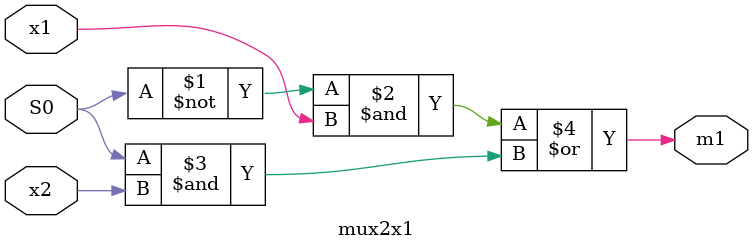
<source format=v>
`timescale 1ns / 1ps
module mux2x1(
    input S0,
    input x1,
    input x2,
    output m1
    );
	 

	 assign m1 = ( ~(S0)&x1 | (S0)&x2 );

endmodule

</source>
